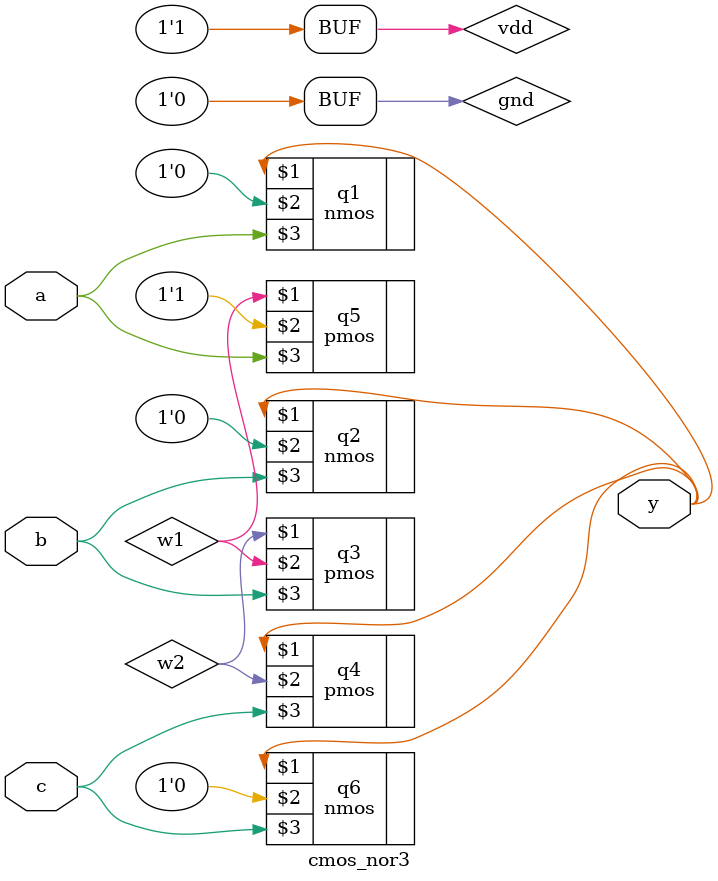
<source format=v>
module cmos_nor3(input a, b, c, output y);
	wire w1, w2;
	supply1 vdd;
	supply0 gnd;

	nmos q1(y, gnd, a);
	nmos q2(y, gnd, b);
	nmos q6(y, gnd, c);

	pmos q5(w1, vdd, a);
	pmos q3(w2, w1, b);
	pmos q4(y, w2, c);
endmodule


</source>
